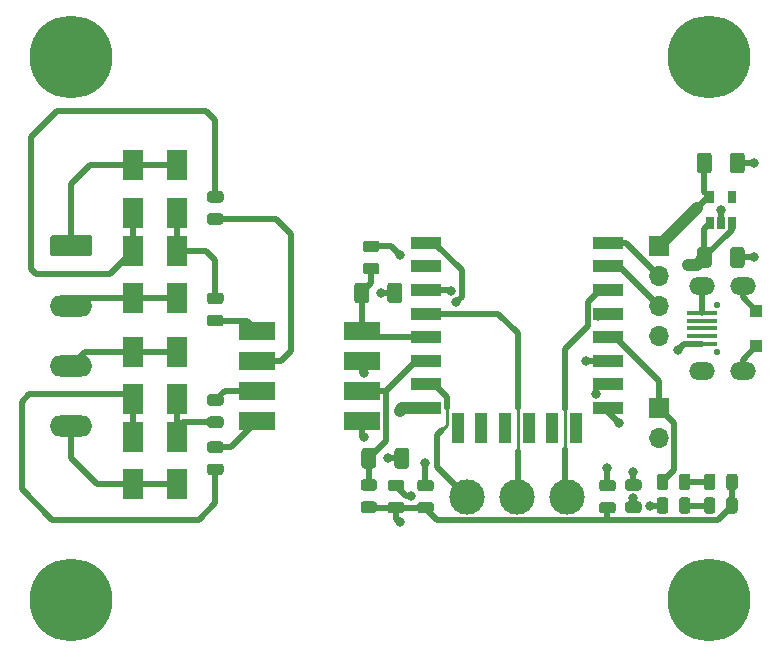
<source format=gbr>
%TF.GenerationSoftware,KiCad,Pcbnew,5.1.6-c6e7f7d~87~ubuntu20.04.1*%
%TF.CreationDate,2020-09-20T16:33:26-07:00*%
%TF.ProjectId,esp8266-iot,65737038-3236-4362-9d69-6f742e6b6963,rev?*%
%TF.SameCoordinates,Original*%
%TF.FileFunction,Copper,L1,Top*%
%TF.FilePolarity,Positive*%
%FSLAX46Y46*%
G04 Gerber Fmt 4.6, Leading zero omitted, Abs format (unit mm)*
G04 Created by KiCad (PCBNEW 5.1.6-c6e7f7d~87~ubuntu20.04.1) date 2020-09-20 16:33:26*
%MOMM*%
%LPD*%
G01*
G04 APERTURE LIST*
%TA.AperFunction,SMDPad,CuDef*%
%ADD10R,1.100000X2.500000*%
%TD*%
%TA.AperFunction,SMDPad,CuDef*%
%ADD11R,2.500000X1.100000*%
%TD*%
%TA.AperFunction,SMDPad,CuDef*%
%ADD12R,3.100000X1.600000*%
%TD*%
%TA.AperFunction,SMDPad,CuDef*%
%ADD13C,3.000000*%
%TD*%
%TA.AperFunction,SMDPad,CuDef*%
%ADD14R,0.650000X1.060000*%
%TD*%
%TA.AperFunction,SMDPad,CuDef*%
%ADD15R,1.100000X1.100000*%
%TD*%
%TA.AperFunction,SMDPad,CuDef*%
%ADD16R,2.650000X0.400000*%
%TD*%
%TA.AperFunction,ComponentPad*%
%ADD17C,0.550000*%
%TD*%
%TA.AperFunction,ComponentPad*%
%ADD18O,2.200000X1.500000*%
%TD*%
%TA.AperFunction,ComponentPad*%
%ADD19O,1.700000X1.700000*%
%TD*%
%TA.AperFunction,ComponentPad*%
%ADD20R,1.700000X1.700000*%
%TD*%
%TA.AperFunction,ComponentPad*%
%ADD21O,3.600000X1.800000*%
%TD*%
%TA.AperFunction,SMDPad,CuDef*%
%ADD22R,1.800000X2.500000*%
%TD*%
%TA.AperFunction,ViaPad*%
%ADD23C,7.000000*%
%TD*%
%TA.AperFunction,ViaPad*%
%ADD24C,0.800000*%
%TD*%
%TA.AperFunction,Conductor*%
%ADD25C,0.500000*%
%TD*%
%TA.AperFunction,Conductor*%
%ADD26C,1.000000*%
%TD*%
%TA.AperFunction,Conductor*%
%ADD27C,0.250000*%
%TD*%
G04 APERTURE END LIST*
D10*
%TO.P,U2,22*%
%TO.N,N/C*%
X15740000Y-8450000D03*
%TO.P,U2,21*%
X13740000Y-8450000D03*
%TO.P,U2,20*%
X11740000Y-8450000D03*
%TO.P,U2,19*%
X9740000Y-8450000D03*
%TO.P,U2,18*%
X7740000Y-8450000D03*
%TO.P,U2,17*%
X5740000Y-8450000D03*
D11*
%TO.P,U2,16*%
%TO.N,/TXD*%
X18450000Y7250000D03*
%TO.P,U2,15*%
%TO.N,/RXD*%
X18450000Y5250000D03*
%TO.P,U2,14*%
%TO.N,/GPIO5*%
X18450000Y3250000D03*
%TO.P,U2,13*%
%TO.N,/GPIO4*%
X18450000Y1250000D03*
%TO.P,U2,12*%
%TO.N,/GPIO0*%
X18450000Y-750000D03*
%TO.P,U2,11*%
%TO.N,/GPIO2*%
X18450000Y-2750000D03*
%TO.P,U2,10*%
%TO.N,/GPIO15*%
X18450000Y-4750000D03*
%TO.P,U2,9*%
%TO.N,GND*%
X18450000Y-6750000D03*
%TO.P,U2,8*%
%TO.N,+3V3*%
X3050000Y-6750000D03*
%TO.P,U2,7*%
%TO.N,/GPIO13*%
X3050000Y-4750000D03*
%TO.P,U2,6*%
%TO.N,/GPIO12*%
X3050000Y-2750000D03*
%TO.P,U2,5*%
%TO.N,/GPIO14*%
X3050000Y-750000D03*
%TO.P,U2,4*%
%TO.N,/GPIO16*%
X3050000Y1250000D03*
%TO.P,U2,3*%
%TO.N,/CH_PD*%
X3050000Y3250000D03*
%TO.P,U2,2*%
%TO.N,Net-(U2-Pad2)*%
X3050000Y5250000D03*
%TO.P,U2,1*%
%TO.N,/REST*%
X3050000Y7250000D03*
%TD*%
D12*
%TO.P,U1,8*%
%TO.N,/GPIO14*%
X-2355000Y-190000D03*
%TO.P,U1,4*%
%TO.N,Net-(R12-Pad1)*%
X-11245000Y-7810000D03*
%TO.P,U1,7*%
%TO.N,GND*%
X-2355000Y-2730000D03*
%TO.P,U1,3*%
%TO.N,Net-(R11-Pad1)*%
X-11245000Y-5270000D03*
%TO.P,U1,6*%
%TO.N,/GPIO12*%
X-2355000Y-5270000D03*
%TO.P,U1,2*%
%TO.N,Net-(R8-Pad1)*%
X-11245000Y-2730000D03*
%TO.P,U1,5*%
%TO.N,GND*%
X-2355000Y-7810000D03*
%TO.P,U1,1*%
%TO.N,Net-(R5-Pad1)*%
X-11245000Y-190000D03*
%TD*%
D13*
%TO.P,TP3,1*%
%TO.N,/GPIO13*%
X6500000Y-14250000D03*
%TD*%
%TO.P,TP2,1*%
%TO.N,/GPIO16*%
X10750000Y-14250000D03*
%TD*%
%TO.P,TP1,1*%
%TO.N,/GPIO5*%
X15000000Y-14250000D03*
%TD*%
D14*
%TO.P,U3,5*%
%TO.N,+3V3*%
X27050000Y11100000D03*
%TO.P,U3,4*%
%TO.N,Net-(U3-Pad4)*%
X28950000Y11100000D03*
%TO.P,U3,3*%
%TO.N,/VBUS*%
X28950000Y8900000D03*
%TO.P,U3,2*%
%TO.N,GND*%
X28000000Y8900000D03*
%TO.P,U3,1*%
%TO.N,/VBUS*%
X27050000Y8900000D03*
%TD*%
%TO.P,R12,2*%
%TO.N,Net-(D7-Pad2)*%
%TA.AperFunction,SMDPad,CuDef*%
G36*
G01*
X-15256250Y-11450000D02*
X-14343750Y-11450000D01*
G75*
G02*
X-14100000Y-11693750I0J-243750D01*
G01*
X-14100000Y-12181250D01*
G75*
G02*
X-14343750Y-12425000I-243750J0D01*
G01*
X-15256250Y-12425000D01*
G75*
G02*
X-15500000Y-12181250I0J243750D01*
G01*
X-15500000Y-11693750D01*
G75*
G02*
X-15256250Y-11450000I243750J0D01*
G01*
G37*
%TD.AperFunction*%
%TO.P,R12,1*%
%TO.N,Net-(R12-Pad1)*%
%TA.AperFunction,SMDPad,CuDef*%
G36*
G01*
X-15256250Y-9575000D02*
X-14343750Y-9575000D01*
G75*
G02*
X-14100000Y-9818750I0J-243750D01*
G01*
X-14100000Y-10306250D01*
G75*
G02*
X-14343750Y-10550000I-243750J0D01*
G01*
X-15256250Y-10550000D01*
G75*
G02*
X-15500000Y-10306250I0J243750D01*
G01*
X-15500000Y-9818750D01*
G75*
G02*
X-15256250Y-9575000I243750J0D01*
G01*
G37*
%TD.AperFunction*%
%TD*%
%TO.P,R11,2*%
%TO.N,Net-(D10-Pad1)*%
%TA.AperFunction,SMDPad,CuDef*%
G36*
G01*
X-15256250Y-7450000D02*
X-14343750Y-7450000D01*
G75*
G02*
X-14100000Y-7693750I0J-243750D01*
G01*
X-14100000Y-8181250D01*
G75*
G02*
X-14343750Y-8425000I-243750J0D01*
G01*
X-15256250Y-8425000D01*
G75*
G02*
X-15500000Y-8181250I0J243750D01*
G01*
X-15500000Y-7693750D01*
G75*
G02*
X-15256250Y-7450000I243750J0D01*
G01*
G37*
%TD.AperFunction*%
%TO.P,R11,1*%
%TO.N,Net-(R11-Pad1)*%
%TA.AperFunction,SMDPad,CuDef*%
G36*
G01*
X-15256250Y-5575000D02*
X-14343750Y-5575000D01*
G75*
G02*
X-14100000Y-5818750I0J-243750D01*
G01*
X-14100000Y-6306250D01*
G75*
G02*
X-14343750Y-6550000I-243750J0D01*
G01*
X-15256250Y-6550000D01*
G75*
G02*
X-15500000Y-6306250I0J243750D01*
G01*
X-15500000Y-5818750D01*
G75*
G02*
X-15256250Y-5575000I243750J0D01*
G01*
G37*
%TD.AperFunction*%
%TD*%
%TO.P,R10,2*%
%TO.N,GND*%
%TA.AperFunction,SMDPad,CuDef*%
G36*
G01*
X20143750Y-14650000D02*
X21056250Y-14650000D01*
G75*
G02*
X21300000Y-14893750I0J-243750D01*
G01*
X21300000Y-15381250D01*
G75*
G02*
X21056250Y-15625000I-243750J0D01*
G01*
X20143750Y-15625000D01*
G75*
G02*
X19900000Y-15381250I0J243750D01*
G01*
X19900000Y-14893750D01*
G75*
G02*
X20143750Y-14650000I243750J0D01*
G01*
G37*
%TD.AperFunction*%
%TO.P,R10,1*%
%TO.N,/GPIO15*%
%TA.AperFunction,SMDPad,CuDef*%
G36*
G01*
X20143750Y-12775000D02*
X21056250Y-12775000D01*
G75*
G02*
X21300000Y-13018750I0J-243750D01*
G01*
X21300000Y-13506250D01*
G75*
G02*
X21056250Y-13750000I-243750J0D01*
G01*
X20143750Y-13750000D01*
G75*
G02*
X19900000Y-13506250I0J243750D01*
G01*
X19900000Y-13018750D01*
G75*
G02*
X20143750Y-12775000I243750J0D01*
G01*
G37*
%TD.AperFunction*%
%TD*%
%TO.P,R9,2*%
%TO.N,/GPIO2*%
%TA.AperFunction,SMDPad,CuDef*%
G36*
G01*
X18856250Y-13800000D02*
X17943750Y-13800000D01*
G75*
G02*
X17700000Y-13556250I0J243750D01*
G01*
X17700000Y-13068750D01*
G75*
G02*
X17943750Y-12825000I243750J0D01*
G01*
X18856250Y-12825000D01*
G75*
G02*
X19100000Y-13068750I0J-243750D01*
G01*
X19100000Y-13556250D01*
G75*
G02*
X18856250Y-13800000I-243750J0D01*
G01*
G37*
%TD.AperFunction*%
%TO.P,R9,1*%
%TO.N,+3V3*%
%TA.AperFunction,SMDPad,CuDef*%
G36*
G01*
X18856250Y-15675000D02*
X17943750Y-15675000D01*
G75*
G02*
X17700000Y-15431250I0J243750D01*
G01*
X17700000Y-14943750D01*
G75*
G02*
X17943750Y-14700000I243750J0D01*
G01*
X18856250Y-14700000D01*
G75*
G02*
X19100000Y-14943750I0J-243750D01*
G01*
X19100000Y-15431250D01*
G75*
G02*
X18856250Y-15675000I-243750J0D01*
G01*
G37*
%TD.AperFunction*%
%TD*%
%TO.P,R8,2*%
%TO.N,Net-(D3-Pad2)*%
%TA.AperFunction,SMDPad,CuDef*%
G36*
G01*
X-14343750Y10650000D02*
X-15256250Y10650000D01*
G75*
G02*
X-15500000Y10893750I0J243750D01*
G01*
X-15500000Y11381250D01*
G75*
G02*
X-15256250Y11625000I243750J0D01*
G01*
X-14343750Y11625000D01*
G75*
G02*
X-14100000Y11381250I0J-243750D01*
G01*
X-14100000Y10893750D01*
G75*
G02*
X-14343750Y10650000I-243750J0D01*
G01*
G37*
%TD.AperFunction*%
%TO.P,R8,1*%
%TO.N,Net-(R8-Pad1)*%
%TA.AperFunction,SMDPad,CuDef*%
G36*
G01*
X-14343750Y8775000D02*
X-15256250Y8775000D01*
G75*
G02*
X-15500000Y9018750I0J243750D01*
G01*
X-15500000Y9506250D01*
G75*
G02*
X-15256250Y9750000I243750J0D01*
G01*
X-14343750Y9750000D01*
G75*
G02*
X-14100000Y9506250I0J-243750D01*
G01*
X-14100000Y9018750D01*
G75*
G02*
X-14343750Y8775000I-243750J0D01*
G01*
G37*
%TD.AperFunction*%
%TD*%
%TO.P,R7,2*%
%TO.N,/GPIO0*%
%TA.AperFunction,SMDPad,CuDef*%
G36*
G01*
X23550000Y-12543750D02*
X23550000Y-13456250D01*
G75*
G02*
X23306250Y-13700000I-243750J0D01*
G01*
X22818750Y-13700000D01*
G75*
G02*
X22575000Y-13456250I0J243750D01*
G01*
X22575000Y-12543750D01*
G75*
G02*
X22818750Y-12300000I243750J0D01*
G01*
X23306250Y-12300000D01*
G75*
G02*
X23550000Y-12543750I0J-243750D01*
G01*
G37*
%TD.AperFunction*%
%TO.P,R7,1*%
%TO.N,Net-(D2-Pad1)*%
%TA.AperFunction,SMDPad,CuDef*%
G36*
G01*
X25425000Y-12543750D02*
X25425000Y-13456250D01*
G75*
G02*
X25181250Y-13700000I-243750J0D01*
G01*
X24693750Y-13700000D01*
G75*
G02*
X24450000Y-13456250I0J243750D01*
G01*
X24450000Y-12543750D01*
G75*
G02*
X24693750Y-12300000I243750J0D01*
G01*
X25181250Y-12300000D01*
G75*
G02*
X25425000Y-12543750I0J-243750D01*
G01*
G37*
%TD.AperFunction*%
%TD*%
%TO.P,R6,2*%
%TO.N,/GPIO4*%
%TA.AperFunction,SMDPad,CuDef*%
G36*
G01*
X23550000Y-14543750D02*
X23550000Y-15456250D01*
G75*
G02*
X23306250Y-15700000I-243750J0D01*
G01*
X22818750Y-15700000D01*
G75*
G02*
X22575000Y-15456250I0J243750D01*
G01*
X22575000Y-14543750D01*
G75*
G02*
X22818750Y-14300000I243750J0D01*
G01*
X23306250Y-14300000D01*
G75*
G02*
X23550000Y-14543750I0J-243750D01*
G01*
G37*
%TD.AperFunction*%
%TO.P,R6,1*%
%TO.N,Net-(D1-Pad1)*%
%TA.AperFunction,SMDPad,CuDef*%
G36*
G01*
X25425000Y-14543750D02*
X25425000Y-15456250D01*
G75*
G02*
X25181250Y-15700000I-243750J0D01*
G01*
X24693750Y-15700000D01*
G75*
G02*
X24450000Y-15456250I0J243750D01*
G01*
X24450000Y-14543750D01*
G75*
G02*
X24693750Y-14300000I243750J0D01*
G01*
X25181250Y-14300000D01*
G75*
G02*
X25425000Y-14543750I0J-243750D01*
G01*
G37*
%TD.AperFunction*%
%TD*%
%TO.P,R5,2*%
%TO.N,Net-(D4-Pad1)*%
%TA.AperFunction,SMDPad,CuDef*%
G36*
G01*
X-14343750Y2050000D02*
X-15256250Y2050000D01*
G75*
G02*
X-15500000Y2293750I0J243750D01*
G01*
X-15500000Y2781250D01*
G75*
G02*
X-15256250Y3025000I243750J0D01*
G01*
X-14343750Y3025000D01*
G75*
G02*
X-14100000Y2781250I0J-243750D01*
G01*
X-14100000Y2293750D01*
G75*
G02*
X-14343750Y2050000I-243750J0D01*
G01*
G37*
%TD.AperFunction*%
%TO.P,R5,1*%
%TO.N,Net-(R5-Pad1)*%
%TA.AperFunction,SMDPad,CuDef*%
G36*
G01*
X-14343750Y175000D02*
X-15256250Y175000D01*
G75*
G02*
X-15500000Y418750I0J243750D01*
G01*
X-15500000Y906250D01*
G75*
G02*
X-15256250Y1150000I243750J0D01*
G01*
X-14343750Y1150000D01*
G75*
G02*
X-14100000Y906250I0J-243750D01*
G01*
X-14100000Y418750D01*
G75*
G02*
X-14343750Y175000I-243750J0D01*
G01*
G37*
%TD.AperFunction*%
%TD*%
%TO.P,R4,2*%
%TO.N,/REST*%
%TA.AperFunction,SMDPad,CuDef*%
G36*
G01*
X3456250Y-13800000D02*
X2543750Y-13800000D01*
G75*
G02*
X2300000Y-13556250I0J243750D01*
G01*
X2300000Y-13068750D01*
G75*
G02*
X2543750Y-12825000I243750J0D01*
G01*
X3456250Y-12825000D01*
G75*
G02*
X3700000Y-13068750I0J-243750D01*
G01*
X3700000Y-13556250D01*
G75*
G02*
X3456250Y-13800000I-243750J0D01*
G01*
G37*
%TD.AperFunction*%
%TO.P,R4,1*%
%TO.N,+3V3*%
%TA.AperFunction,SMDPad,CuDef*%
G36*
G01*
X3456250Y-15675000D02*
X2543750Y-15675000D01*
G75*
G02*
X2300000Y-15431250I0J243750D01*
G01*
X2300000Y-14943750D01*
G75*
G02*
X2543750Y-14700000I243750J0D01*
G01*
X3456250Y-14700000D01*
G75*
G02*
X3700000Y-14943750I0J-243750D01*
G01*
X3700000Y-15431250D01*
G75*
G02*
X3456250Y-15675000I-243750J0D01*
G01*
G37*
%TD.AperFunction*%
%TD*%
%TO.P,R3,1*%
%TO.N,+3V3*%
%TA.AperFunction,SMDPad,CuDef*%
G36*
G01*
X956250Y-15675000D02*
X43750Y-15675000D01*
G75*
G02*
X-200000Y-15431250I0J243750D01*
G01*
X-200000Y-14943750D01*
G75*
G02*
X43750Y-14700000I243750J0D01*
G01*
X956250Y-14700000D01*
G75*
G02*
X1200000Y-14943750I0J-243750D01*
G01*
X1200000Y-15431250D01*
G75*
G02*
X956250Y-15675000I-243750J0D01*
G01*
G37*
%TD.AperFunction*%
%TO.P,R3,2*%
%TO.N,/CH_PD*%
%TA.AperFunction,SMDPad,CuDef*%
G36*
G01*
X956250Y-13800000D02*
X43750Y-13800000D01*
G75*
G02*
X-200000Y-13556250I0J243750D01*
G01*
X-200000Y-13068750D01*
G75*
G02*
X43750Y-12825000I243750J0D01*
G01*
X956250Y-12825000D01*
G75*
G02*
X1200000Y-13068750I0J-243750D01*
G01*
X1200000Y-13556250D01*
G75*
G02*
X956250Y-13800000I-243750J0D01*
G01*
G37*
%TD.AperFunction*%
%TD*%
%TO.P,R2,2*%
%TO.N,/GPIO12*%
%TA.AperFunction,SMDPad,CuDef*%
G36*
G01*
X-1343750Y-13750000D02*
X-2256250Y-13750000D01*
G75*
G02*
X-2500000Y-13506250I0J243750D01*
G01*
X-2500000Y-13018750D01*
G75*
G02*
X-2256250Y-12775000I243750J0D01*
G01*
X-1343750Y-12775000D01*
G75*
G02*
X-1100000Y-13018750I0J-243750D01*
G01*
X-1100000Y-13506250D01*
G75*
G02*
X-1343750Y-13750000I-243750J0D01*
G01*
G37*
%TD.AperFunction*%
%TO.P,R2,1*%
%TO.N,+3V3*%
%TA.AperFunction,SMDPad,CuDef*%
G36*
G01*
X-1343750Y-15625000D02*
X-2256250Y-15625000D01*
G75*
G02*
X-2500000Y-15381250I0J243750D01*
G01*
X-2500000Y-14893750D01*
G75*
G02*
X-2256250Y-14650000I243750J0D01*
G01*
X-1343750Y-14650000D01*
G75*
G02*
X-1100000Y-14893750I0J-243750D01*
G01*
X-1100000Y-15381250D01*
G75*
G02*
X-1343750Y-15625000I-243750J0D01*
G01*
G37*
%TD.AperFunction*%
%TD*%
%TO.P,R1,2*%
%TO.N,/GPIO14*%
%TA.AperFunction,SMDPad,CuDef*%
G36*
G01*
X-2056250Y5550000D02*
X-1143750Y5550000D01*
G75*
G02*
X-900000Y5306250I0J-243750D01*
G01*
X-900000Y4818750D01*
G75*
G02*
X-1143750Y4575000I-243750J0D01*
G01*
X-2056250Y4575000D01*
G75*
G02*
X-2300000Y4818750I0J243750D01*
G01*
X-2300000Y5306250D01*
G75*
G02*
X-2056250Y5550000I243750J0D01*
G01*
G37*
%TD.AperFunction*%
%TO.P,R1,1*%
%TO.N,+3V3*%
%TA.AperFunction,SMDPad,CuDef*%
G36*
G01*
X-2056250Y7425000D02*
X-1143750Y7425000D01*
G75*
G02*
X-900000Y7181250I0J-243750D01*
G01*
X-900000Y6693750D01*
G75*
G02*
X-1143750Y6450000I-243750J0D01*
G01*
X-2056250Y6450000D01*
G75*
G02*
X-2300000Y6693750I0J243750D01*
G01*
X-2300000Y7181250D01*
G75*
G02*
X-2056250Y7425000I243750J0D01*
G01*
G37*
%TD.AperFunction*%
%TD*%
D15*
%TO.P,J4,6*%
%TO.N,GND*%
X31000000Y-1500000D03*
X31000000Y1500000D03*
D16*
%TO.P,J4,3*%
%TO.N,Net-(J4-Pad3)*%
X26440000Y0D03*
D17*
%TO.P,J4,LOCATE*%
%TO.N,N/C*%
X27700000Y-2000000D03*
X27700000Y2000000D03*
D16*
%TO.P,J4,2*%
%TO.N,Net-(J4-Pad2)*%
X26440000Y-650000D03*
%TO.P,J4,1*%
%TO.N,/VBUS*%
X26440000Y-1300000D03*
%TO.P,J4,4*%
%TO.N,Net-(J4-Pad4)*%
X26440000Y650000D03*
%TO.P,J4,5*%
%TO.N,GND*%
X26440000Y1300000D03*
D18*
%TO.P,J4,6*%
X29850000Y-3600000D03*
X29850000Y3600000D03*
X26380000Y3600000D03*
X26380000Y-3600000D03*
%TD*%
D19*
%TO.P,J3,2*%
%TO.N,GND*%
X22750000Y-9290000D03*
D20*
%TO.P,J3,1*%
%TO.N,/GPIO0*%
X22750000Y-6750000D03*
%TD*%
D21*
%TO.P,J2,4*%
%TO.N,/AC12B*%
X-27000000Y-8240000D03*
%TO.P,J2,3*%
%TO.N,/AC12A*%
X-27000000Y-3160000D03*
%TO.P,J2,2*%
%TO.N,/AC14B*%
X-27000000Y1920000D03*
%TO.P,J2,1*%
%TO.N,/AC14A*%
%TA.AperFunction,ComponentPad*%
G36*
G01*
X-28550000Y7900000D02*
X-25450000Y7900000D01*
G75*
G02*
X-25200000Y7650000I0J-250000D01*
G01*
X-25200000Y6350000D01*
G75*
G02*
X-25450000Y6100000I-250000J0D01*
G01*
X-28550000Y6100000D01*
G75*
G02*
X-28800000Y6350000I0J250000D01*
G01*
X-28800000Y7650000D01*
G75*
G02*
X-28550000Y7900000I250000J0D01*
G01*
G37*
%TD.AperFunction*%
%TD*%
D19*
%TO.P,J1,4*%
%TO.N,GND*%
X22750000Y-620000D03*
%TO.P,J1,3*%
%TO.N,/RXD*%
X22750000Y1920000D03*
%TO.P,J1,2*%
%TO.N,/TXD*%
X22750000Y4460000D03*
D20*
%TO.P,J1,1*%
%TO.N,+3V3*%
X22750000Y7000000D03*
%TD*%
D22*
%TO.P,D10,2*%
%TO.N,/AC12B*%
X-18000000Y-13200000D03*
%TO.P,D10,1*%
%TO.N,Net-(D10-Pad1)*%
X-18000000Y-9200000D03*
%TD*%
%TO.P,D9,2*%
%TO.N,Net-(D7-Pad2)*%
X-21800000Y-9200000D03*
%TO.P,D9,1*%
%TO.N,/AC12B*%
X-21800000Y-13200000D03*
%TD*%
%TO.P,D8,2*%
%TO.N,/AC12A*%
X-18000000Y-2000000D03*
%TO.P,D8,1*%
%TO.N,Net-(D10-Pad1)*%
X-18000000Y-6000000D03*
%TD*%
%TO.P,D7,2*%
%TO.N,Net-(D7-Pad2)*%
X-21800000Y-6000000D03*
%TO.P,D7,1*%
%TO.N,/AC12A*%
X-21800000Y-2000000D03*
%TD*%
%TO.P,D6,2*%
%TO.N,/AC14B*%
X-18000000Y2550000D03*
%TO.P,D6,1*%
%TO.N,Net-(D4-Pad1)*%
X-18000000Y6550000D03*
%TD*%
%TO.P,D5,2*%
%TO.N,Net-(D3-Pad2)*%
X-21750000Y6550000D03*
%TO.P,D5,1*%
%TO.N,/AC14B*%
X-21750000Y2550000D03*
%TD*%
%TO.P,D4,2*%
%TO.N,/AC14A*%
X-18000000Y13800000D03*
%TO.P,D4,1*%
%TO.N,Net-(D4-Pad1)*%
X-18000000Y9800000D03*
%TD*%
%TO.P,D3,2*%
%TO.N,Net-(D3-Pad2)*%
X-21750000Y9800000D03*
%TO.P,D3,1*%
%TO.N,/AC14A*%
X-21750000Y13800000D03*
%TD*%
%TO.P,D2,2*%
%TO.N,+3V3*%
%TA.AperFunction,SMDPad,CuDef*%
G36*
G01*
X28450000Y-13456250D02*
X28450000Y-12543750D01*
G75*
G02*
X28693750Y-12300000I243750J0D01*
G01*
X29181250Y-12300000D01*
G75*
G02*
X29425000Y-12543750I0J-243750D01*
G01*
X29425000Y-13456250D01*
G75*
G02*
X29181250Y-13700000I-243750J0D01*
G01*
X28693750Y-13700000D01*
G75*
G02*
X28450000Y-13456250I0J243750D01*
G01*
G37*
%TD.AperFunction*%
%TO.P,D2,1*%
%TO.N,Net-(D2-Pad1)*%
%TA.AperFunction,SMDPad,CuDef*%
G36*
G01*
X26575000Y-13456250D02*
X26575000Y-12543750D01*
G75*
G02*
X26818750Y-12300000I243750J0D01*
G01*
X27306250Y-12300000D01*
G75*
G02*
X27550000Y-12543750I0J-243750D01*
G01*
X27550000Y-13456250D01*
G75*
G02*
X27306250Y-13700000I-243750J0D01*
G01*
X26818750Y-13700000D01*
G75*
G02*
X26575000Y-13456250I0J243750D01*
G01*
G37*
%TD.AperFunction*%
%TD*%
%TO.P,D1,2*%
%TO.N,+3V3*%
%TA.AperFunction,SMDPad,CuDef*%
G36*
G01*
X28450000Y-15456250D02*
X28450000Y-14543750D01*
G75*
G02*
X28693750Y-14300000I243750J0D01*
G01*
X29181250Y-14300000D01*
G75*
G02*
X29425000Y-14543750I0J-243750D01*
G01*
X29425000Y-15456250D01*
G75*
G02*
X29181250Y-15700000I-243750J0D01*
G01*
X28693750Y-15700000D01*
G75*
G02*
X28450000Y-15456250I0J243750D01*
G01*
G37*
%TD.AperFunction*%
%TO.P,D1,1*%
%TO.N,Net-(D1-Pad1)*%
%TA.AperFunction,SMDPad,CuDef*%
G36*
G01*
X26575000Y-15456250D02*
X26575000Y-14543750D01*
G75*
G02*
X26818750Y-14300000I243750J0D01*
G01*
X27306250Y-14300000D01*
G75*
G02*
X27550000Y-14543750I0J-243750D01*
G01*
X27550000Y-15456250D01*
G75*
G02*
X27306250Y-15700000I-243750J0D01*
G01*
X26818750Y-15700000D01*
G75*
G02*
X26575000Y-15456250I0J243750D01*
G01*
G37*
%TD.AperFunction*%
%TD*%
%TO.P,C4,2*%
%TO.N,GND*%
%TA.AperFunction,SMDPad,CuDef*%
G36*
G01*
X28775000Y13375000D02*
X28775000Y14625000D01*
G75*
G02*
X29025000Y14875000I250000J0D01*
G01*
X29775000Y14875000D01*
G75*
G02*
X30025000Y14625000I0J-250000D01*
G01*
X30025000Y13375000D01*
G75*
G02*
X29775000Y13125000I-250000J0D01*
G01*
X29025000Y13125000D01*
G75*
G02*
X28775000Y13375000I0J250000D01*
G01*
G37*
%TD.AperFunction*%
%TO.P,C4,1*%
%TO.N,+3V3*%
%TA.AperFunction,SMDPad,CuDef*%
G36*
G01*
X25975000Y13375000D02*
X25975000Y14625000D01*
G75*
G02*
X26225000Y14875000I250000J0D01*
G01*
X26975000Y14875000D01*
G75*
G02*
X27225000Y14625000I0J-250000D01*
G01*
X27225000Y13375000D01*
G75*
G02*
X26975000Y13125000I-250000J0D01*
G01*
X26225000Y13125000D01*
G75*
G02*
X25975000Y13375000I0J250000D01*
G01*
G37*
%TD.AperFunction*%
%TD*%
%TO.P,C3,2*%
%TO.N,GND*%
%TA.AperFunction,SMDPad,CuDef*%
G36*
G01*
X28775000Y5375000D02*
X28775000Y6625000D01*
G75*
G02*
X29025000Y6875000I250000J0D01*
G01*
X29775000Y6875000D01*
G75*
G02*
X30025000Y6625000I0J-250000D01*
G01*
X30025000Y5375000D01*
G75*
G02*
X29775000Y5125000I-250000J0D01*
G01*
X29025000Y5125000D01*
G75*
G02*
X28775000Y5375000I0J250000D01*
G01*
G37*
%TD.AperFunction*%
%TO.P,C3,1*%
%TO.N,/VBUS*%
%TA.AperFunction,SMDPad,CuDef*%
G36*
G01*
X25975000Y5375000D02*
X25975000Y6625000D01*
G75*
G02*
X26225000Y6875000I250000J0D01*
G01*
X26975000Y6875000D01*
G75*
G02*
X27225000Y6625000I0J-250000D01*
G01*
X27225000Y5375000D01*
G75*
G02*
X26975000Y5125000I-250000J0D01*
G01*
X26225000Y5125000D01*
G75*
G02*
X25975000Y5375000I0J250000D01*
G01*
G37*
%TD.AperFunction*%
%TD*%
%TO.P,C2,2*%
%TO.N,GND*%
%TA.AperFunction,SMDPad,CuDef*%
G36*
G01*
X375000Y-11625000D02*
X375000Y-10375000D01*
G75*
G02*
X625000Y-10125000I250000J0D01*
G01*
X1375000Y-10125000D01*
G75*
G02*
X1625000Y-10375000I0J-250000D01*
G01*
X1625000Y-11625000D01*
G75*
G02*
X1375000Y-11875000I-250000J0D01*
G01*
X625000Y-11875000D01*
G75*
G02*
X375000Y-11625000I0J250000D01*
G01*
G37*
%TD.AperFunction*%
%TO.P,C2,1*%
%TO.N,/GPIO12*%
%TA.AperFunction,SMDPad,CuDef*%
G36*
G01*
X-2425000Y-11625000D02*
X-2425000Y-10375000D01*
G75*
G02*
X-2175000Y-10125000I250000J0D01*
G01*
X-1425000Y-10125000D01*
G75*
G02*
X-1175000Y-10375000I0J-250000D01*
G01*
X-1175000Y-11625000D01*
G75*
G02*
X-1425000Y-11875000I-250000J0D01*
G01*
X-2175000Y-11875000D01*
G75*
G02*
X-2425000Y-11625000I0J250000D01*
G01*
G37*
%TD.AperFunction*%
%TD*%
%TO.P,C1,2*%
%TO.N,GND*%
%TA.AperFunction,SMDPad,CuDef*%
G36*
G01*
X-225000Y2375000D02*
X-225000Y3625000D01*
G75*
G02*
X25000Y3875000I250000J0D01*
G01*
X775000Y3875000D01*
G75*
G02*
X1025000Y3625000I0J-250000D01*
G01*
X1025000Y2375000D01*
G75*
G02*
X775000Y2125000I-250000J0D01*
G01*
X25000Y2125000D01*
G75*
G02*
X-225000Y2375000I0J250000D01*
G01*
G37*
%TD.AperFunction*%
%TO.P,C1,1*%
%TO.N,/GPIO14*%
%TA.AperFunction,SMDPad,CuDef*%
G36*
G01*
X-3025000Y2375000D02*
X-3025000Y3625000D01*
G75*
G02*
X-2775000Y3875000I250000J0D01*
G01*
X-2025000Y3875000D01*
G75*
G02*
X-1775000Y3625000I0J-250000D01*
G01*
X-1775000Y2375000D01*
G75*
G02*
X-2025000Y2125000I-250000J0D01*
G01*
X-2775000Y2125000D01*
G75*
G02*
X-3025000Y2375000I0J250000D01*
G01*
G37*
%TD.AperFunction*%
%TD*%
D23*
%TO.N,*%
X27000000Y23000000D03*
X-27000000Y23000000D03*
X-27000000Y-23000000D03*
X27000000Y-23000000D03*
D24*
%TO.N,GND*%
X-800000Y3000000D03*
X-2200000Y-9200000D03*
X-200000Y-11000000D03*
X19400000Y-8000000D03*
X20600000Y-14400000D03*
X30800000Y14000000D03*
X30800000Y6000000D03*
X28000000Y10000000D03*
X-2200000Y-3800000D03*
%TO.N,+3V3*%
X800000Y-7000000D03*
X800000Y6200000D03*
X800000Y-16400000D03*
%TO.N,/CH_PD*%
X5200000Y3200000D03*
X1800000Y-14200000D03*
%TO.N,/REST*%
X5600000Y2200000D03*
X3000000Y-11400000D03*
%TO.N,/GPIO4*%
X22000000Y-15000000D03*
X17600009Y1048952D03*
%TO.N,/GPIO2*%
X16600000Y-2800000D03*
X18400000Y-11800000D03*
%TO.N,/GPIO15*%
X20600000Y-12200000D03*
X17450010Y-5597865D03*
%TO.N,/VBUS*%
X24400000Y-1800000D03*
X25200000Y5400000D03*
%TD*%
D25*
%TO.N,GND*%
X28000000Y8900000D02*
X28000000Y10000000D01*
X29400000Y6000000D02*
X30800000Y6000000D01*
X29400000Y14000000D02*
X30800000Y14000000D01*
X29850000Y2650000D02*
X31000000Y1500000D01*
X29850000Y3600000D02*
X29850000Y2650000D01*
X29850000Y-2650000D02*
X31000000Y-1500000D01*
X29850000Y-3600000D02*
X29850000Y-2650000D01*
X26380000Y1360000D02*
X26440000Y1300000D01*
X26380000Y3600000D02*
X26380000Y1360000D01*
X18150000Y-6750000D02*
X19400000Y-8000000D01*
X17750000Y-6750000D02*
X18150000Y-6750000D01*
X20600000Y-14400000D02*
X20600000Y-15137500D01*
X-2355000Y-9045000D02*
X-2200000Y-9200000D01*
X-2355000Y-7810000D02*
X-2355000Y-9045000D01*
X-2355000Y-3645000D02*
X-2200000Y-3800000D01*
X-2355000Y-2730000D02*
X-2355000Y-3645000D01*
X400000Y3000000D02*
X-800000Y3000000D01*
X-200000Y-11000000D02*
X1000000Y-11000000D01*
%TO.N,+3V3*%
X26600000Y11550000D02*
X27050000Y11100000D01*
X26600000Y14000000D02*
X26600000Y11550000D01*
X27050000Y11100000D02*
X26900000Y11100000D01*
X26900000Y11100000D02*
X26000000Y10200000D01*
D26*
X22800000Y7000000D02*
X22750000Y7000000D01*
X26000000Y10200000D02*
X22800000Y7000000D01*
X1050000Y-6750000D02*
X800000Y-7000000D01*
X3750000Y-6750000D02*
X1050000Y-6750000D01*
D25*
X28937500Y-13000000D02*
X28937500Y-15000000D01*
X4012501Y-16200001D02*
X3000000Y-15187500D01*
X28937500Y-15000000D02*
X27737499Y-16200001D01*
X3000000Y-15187500D02*
X500000Y-15187500D01*
X-1750000Y-15187500D02*
X-1800000Y-15137500D01*
X500000Y-15187500D02*
X-1750000Y-15187500D01*
X18400001Y-16200001D02*
X18400000Y-15675000D01*
X27737499Y-16200001D02*
X18400001Y-16200001D01*
X18400000Y-15675000D02*
X18400000Y-15187500D01*
X18400001Y-16200001D02*
X4012501Y-16200001D01*
X62500Y6937500D02*
X800000Y6200000D01*
X-1600000Y6937500D02*
X62500Y6937500D01*
X500000Y-16100000D02*
X800000Y-16400000D01*
X500000Y-15187500D02*
X500000Y-16100000D01*
%TO.N,Net-(D1-Pad1)*%
X27062500Y-15000000D02*
X24937500Y-15000000D01*
%TO.N,Net-(D2-Pad1)*%
X24937500Y-13000000D02*
X27062500Y-13000000D01*
%TO.N,Net-(D3-Pad2)*%
X-21750000Y9800000D02*
X-21750000Y6550000D01*
X-21750000Y6550000D02*
X-23700000Y4600000D01*
X-23700000Y4600000D02*
X-30000000Y4600000D01*
X-30000000Y4600000D02*
X-30400000Y5000000D01*
X-30400000Y5000000D02*
X-30400000Y16200000D01*
X-30400000Y16200000D02*
X-28200000Y18400000D01*
X-28200000Y18400000D02*
X-15600000Y18400000D01*
X-14800000Y17600000D02*
X-14800000Y11137500D01*
X-15600000Y18400000D02*
X-14800000Y17600000D01*
%TO.N,Net-(D4-Pad1)*%
X-18000000Y9800000D02*
X-18000000Y6550000D01*
X-18000000Y6550000D02*
X-15550000Y6550000D01*
X-15550000Y6550000D02*
X-14800000Y5800000D01*
X-14800000Y5800000D02*
X-14800000Y2537500D01*
%TO.N,Net-(D7-Pad2)*%
X-21800000Y-6000000D02*
X-21800000Y-9200000D01*
X-14800000Y-11937500D02*
X-14800000Y-14800000D01*
X-14800000Y-14800000D02*
X-16200000Y-16200000D01*
X-16200000Y-16200000D02*
X-28600000Y-16200000D01*
X-28600000Y-16200000D02*
X-31200000Y-13600000D01*
X-31200000Y-13600000D02*
X-31200000Y-6200000D01*
X-31200000Y-6200000D02*
X-30600000Y-5600000D01*
X-22200000Y-5600000D02*
X-21800000Y-6000000D01*
X-30600000Y-5600000D02*
X-22200000Y-5600000D01*
%TO.N,Net-(D10-Pad1)*%
X-18000000Y-6000000D02*
X-18000000Y-9200000D01*
X-18000000Y-9200000D02*
X-18000000Y-8400000D01*
X-17537500Y-7937500D02*
X-14800000Y-7937500D01*
X-18000000Y-8400000D02*
X-17537500Y-7937500D01*
%TO.N,Net-(R5-Pad1)*%
X-12097500Y662500D02*
X-11245000Y-190000D01*
X-14800000Y662500D02*
X-12097500Y662500D01*
%TO.N,Net-(R8-Pad1)*%
X-14800000Y9262500D02*
X-9662500Y9262500D01*
X-9662500Y9262500D02*
X-8400000Y8000000D01*
X-9195000Y-2730000D02*
X-11245000Y-2730000D01*
X-8400000Y-1935000D02*
X-9195000Y-2730000D01*
X-8400000Y8000000D02*
X-8400000Y-1935000D01*
%TO.N,Net-(R11-Pad1)*%
X-14007500Y-5270000D02*
X-11245000Y-5270000D01*
X-14800000Y-6062500D02*
X-14007500Y-5270000D01*
%TO.N,Net-(R12-Pad1)*%
X-13497500Y-10062500D02*
X-11245000Y-7810000D01*
X-14800000Y-10062500D02*
X-13497500Y-10062500D01*
%TO.N,/GPIO14*%
X-1795000Y-750000D02*
X-2355000Y-190000D01*
X3750000Y-750000D02*
X-1795000Y-750000D01*
X-2355000Y2955000D02*
X-2400000Y3000000D01*
X-2355000Y-190000D02*
X-2355000Y2955000D01*
X-1600000Y3800000D02*
X-2400000Y3000000D01*
X-1600000Y5062500D02*
X-1600000Y3800000D01*
%TO.N,/GPIO12*%
X-305000Y-5270000D02*
X-2355000Y-5270000D01*
X2215000Y-2750000D02*
X-305000Y-5270000D01*
X3750000Y-2750000D02*
X2215000Y-2750000D01*
X-1800000Y-13262500D02*
X-1800000Y-11000000D01*
X-305000Y-9505000D02*
X-305000Y-5270000D01*
X-1800000Y-11000000D02*
X-305000Y-9505000D01*
%TO.N,/AC14A*%
X-27000000Y7000000D02*
X-27000000Y12200000D01*
X-25400000Y13800000D02*
X-21750000Y13800000D01*
X-27000000Y12200000D02*
X-25400000Y13800000D01*
X-21750000Y13800000D02*
X-18000000Y13800000D01*
%TO.N,/AC14B*%
X-27000000Y1920000D02*
X-26320000Y2600000D01*
X-18050000Y2600000D02*
X-18000000Y2550000D01*
X-26320000Y2600000D02*
X-18050000Y2600000D01*
%TO.N,/AC12A*%
X-27000000Y-3160000D02*
X-25840000Y-2000000D01*
X-25840000Y-2000000D02*
X-21800000Y-2000000D01*
X-21800000Y-2000000D02*
X-18000000Y-2000000D01*
%TO.N,/AC12B*%
X-27000000Y-8240000D02*
X-27000000Y-11000000D01*
X-24800000Y-13200000D02*
X-21800000Y-13200000D01*
X-27000000Y-11000000D02*
X-24800000Y-13200000D01*
X-21800000Y-13200000D02*
X-18000000Y-13200000D01*
%TO.N,/RXD*%
X19420000Y5250000D02*
X22750000Y1920000D01*
X17750000Y5250000D02*
X19420000Y5250000D01*
%TO.N,/TXD*%
X19960000Y7250000D02*
X22750000Y4460000D01*
X17750000Y7250000D02*
X19960000Y7250000D01*
%TO.N,/GPIO0*%
X24050001Y-8050001D02*
X22750000Y-6750000D01*
X24050001Y-12012499D02*
X24050001Y-8050001D01*
X23062500Y-13000000D02*
X24050001Y-12012499D01*
X22750000Y-4439998D02*
X22750000Y-6750000D01*
X19060002Y-750000D02*
X22750000Y-4439998D01*
X17750000Y-750000D02*
X19060002Y-750000D01*
%TO.N,/CH_PD*%
X5150000Y3250000D02*
X5200000Y3200000D01*
X3750000Y3250000D02*
X5150000Y3250000D01*
X1387500Y-14200000D02*
X500000Y-13312500D01*
X1800000Y-14200000D02*
X1387500Y-14200000D01*
%TO.N,/REST*%
X3000000Y-11400000D02*
X3000000Y-13312500D01*
X3750000Y7250000D02*
X6050002Y4949998D01*
X6050002Y4949998D02*
X6050002Y2650002D01*
X6050002Y2650002D02*
X5600000Y2200000D01*
%TO.N,/GPIO4*%
X22000000Y-15000000D02*
X23062500Y-15000000D01*
X17750000Y1250000D02*
X17600009Y1100009D01*
X17600009Y1100009D02*
X17600009Y1048952D01*
%TO.N,/GPIO2*%
X16650000Y-2750000D02*
X16600000Y-2800000D01*
X17750000Y-2750000D02*
X16650000Y-2750000D01*
X18400000Y-11800000D02*
X18400000Y-13312500D01*
%TO.N,/GPIO15*%
X20600000Y-12200000D02*
X20600000Y-13262500D01*
X17750000Y-4750000D02*
X17450010Y-5049990D01*
X17450010Y-5049990D02*
X17450010Y-5597865D01*
%TO.N,/GPIO5*%
X16749999Y160001D02*
X14800000Y-1789998D01*
X17750000Y3250000D02*
X16749999Y2249999D01*
X16749999Y2249999D02*
X16749999Y160001D01*
X14800000Y-1789998D02*
X14800000Y-6800000D01*
D27*
X14800000Y-6800000D02*
X14800000Y-10200000D01*
D25*
X14800000Y-14050000D02*
X15000000Y-14250000D01*
X14800000Y-10200000D02*
X14800000Y-14050000D01*
%TO.N,/GPIO16*%
X3750000Y1250000D02*
X9150000Y1250000D01*
X9150000Y1250000D02*
X10800000Y-400000D01*
X10800000Y-400000D02*
X10800000Y-6779998D01*
D27*
X10800000Y-6779998D02*
X10800000Y-9775002D01*
X10800000Y-9775002D02*
X10800000Y-10400000D01*
D25*
X10800000Y-14200000D02*
X10750000Y-14250000D01*
X10800000Y-10400000D02*
X10800000Y-14200000D01*
%TO.N,/GPIO13*%
X3750000Y-4750000D02*
X4800000Y-5800000D01*
X4800000Y-5800000D02*
X4800000Y-6779998D01*
D27*
X4800000Y-6779998D02*
X4800000Y-8200000D01*
X4800000Y-8200000D02*
X4400000Y-8600000D01*
D25*
X4400000Y-8600000D02*
X4000000Y-9000000D01*
X4000000Y-11750000D02*
X6500000Y-14250000D01*
X4000000Y-9000000D02*
X4000000Y-11750000D01*
%TO.N,/VBUS*%
X26440000Y-1300000D02*
X24900000Y-1300000D01*
X24900000Y-1300000D02*
X24400000Y-1800000D01*
D26*
X26000000Y5400000D02*
X26600000Y6000000D01*
X25200000Y5400000D02*
X26000000Y5400000D01*
D25*
X27050000Y8900000D02*
X26600000Y8450000D01*
X26600000Y8450000D02*
X26600000Y6000000D01*
X28950000Y8350000D02*
X26600000Y6000000D01*
X28950000Y8900000D02*
X28950000Y8350000D01*
%TD*%
M02*

</source>
